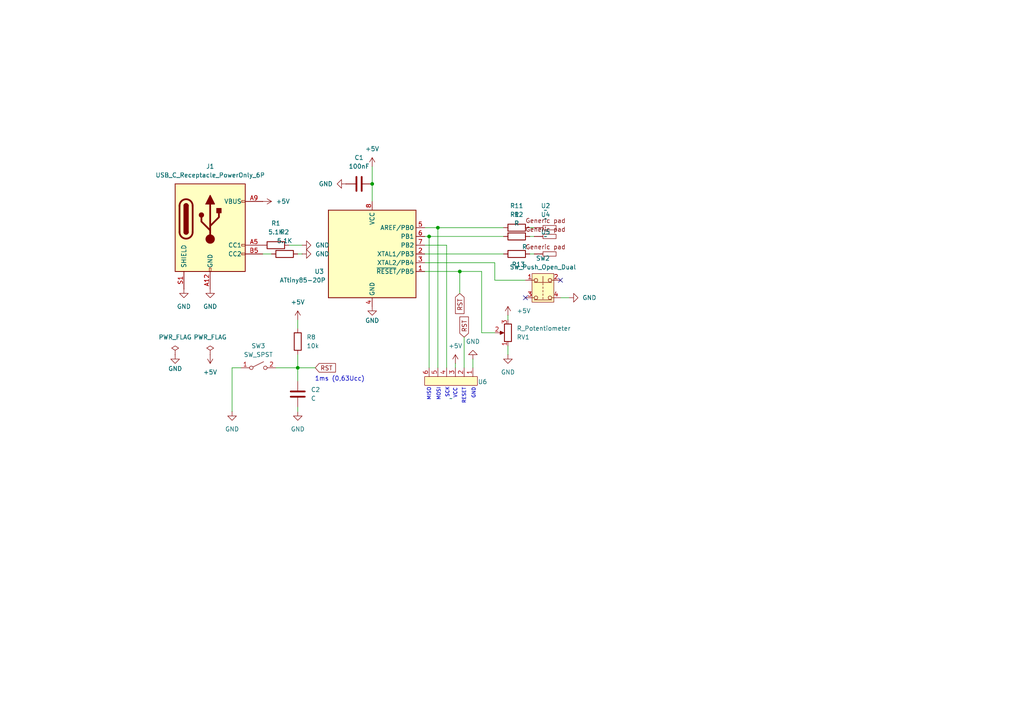
<source format=kicad_sch>
(kicad_sch (version 20250114) (generator "eeschema") (generator_version "9.0")
  (paper "A4")
  (title_block (title "Radio's LED RGB controller"))
  (lib_symbols
    (symbol "Amplifier_Operational:generic_pad"
      (property "Reference" "U" (at 6.604 0.254 0))
      (symbol "generic_pad_0_1"
        (rectangle (start -1.27 0.635) (end 2.54 -0.635))
      )
      (symbol "generic_pad_1_1"
        (text "Generic pad" (at -0.508 2.032 0) (effects (font (size 1.27 1.27))))
        (pin output line (at -3.81 0 0) (length 2.54) (name "") (number ""))
      )
    )
    (symbol "Connector:USB_C_Receptacle_PowerOnly_6P" (pin_names (offset 1.016))
      (property "Reference" "J" (at 0 16.51 0))
      (property "Value" "USB_C_Receptacle_PowerOnly_6P" (at 0 13.97 0))
      (symbol "USB_C_Receptacle_PowerOnly_6P_0_0"
        (rectangle (start -0.254 -12.7) (end 0.254 -11.684))
        (rectangle (start 10.16 7.874) (end 9.144 7.366))
        (rectangle (start 10.16 -4.826) (end 9.144 -5.334))
        (rectangle (start 10.16 -7.366) (end 9.144 -7.874))
      )
      (symbol "USB_C_Receptacle_PowerOnly_6P_0_1"
        (rectangle (start -10.16 12.7) (end 10.16 -12.7) (stroke (width 0.254)) (fill (type background)))
        (polyline (pts (xy -8.89 -1.27) (xy -8.89 6.35)) (stroke (width 0.508)))
        (rectangle (start -7.62 -1.27) (end -6.35 6.35) (stroke (width 0.254)) (fill (type outline)))
        (arc (start -7.62 6.35) (mid -6.985 6.9823) (end -6.35 6.35) (stroke (width 0.254)))
        (arc (start -7.62 6.35) (mid -6.985 6.9823) (end -6.35 6.35) (stroke (width 0.254)) (fill (type outline)))
        (arc (start -8.89 6.35) (mid -6.985 8.2467) (end -5.08 6.35) (stroke (width 0.508)))
        (arc (start -5.08 -1.27) (mid -6.985 -3.1667) (end -8.89 -1.27) (stroke (width 0.508)))
        (arc (start -6.35 -1.27) (mid -6.985 -1.9023) (end -7.62 -1.27) (stroke (width 0.254)))
        (arc (start -6.35 -1.27) (mid -6.985 -1.9023) (end -7.62 -1.27) (stroke (width 0.254)) (fill (type outline)))
        (polyline (pts (xy -5.08 6.35) (xy -5.08 -1.27)) (stroke (width 0.508)))
        (circle (center -2.54 3.683) (radius 0.635) (stroke (width 0.254)) (fill (type outline)))
        (polyline (pts (xy -1.27 6.858) (xy 0 9.398) (xy 1.27 6.858) (xy -1.27 6.858)) (stroke (width 0.254)) (fill (type outline)))
        (polyline (pts (xy 0 0.508) (xy 2.54 3.048) (xy 2.54 4.318)) (stroke (width 0.508)))
        (polyline (pts (xy 0 -0.762) (xy -2.54 1.778) (xy -2.54 3.048)) (stroke (width 0.508)))
        (polyline (pts (xy 0 -3.302) (xy 0 6.858)) (stroke (width 0.508)))
        (circle (center 0 -3.302) (radius 1.27) (fill (type outline)))
        (rectangle (start 1.905 4.318) (end 3.175 5.588) (stroke (width 0.254)) (fill (type outline)))
      )
      (symbol "USB_C_Receptacle_PowerOnly_6P_1_1"
        (pin passive line (at -7.62 -17.78 90) (length 5.08) (name "SHIELD") (number "S1"))
        (pin passive line (at 0 -17.78 90) (length 5.08) (name "GND") (number "A12"))
        (pin passive line (at 0 -17.78 90) (length 5.08) (hide yes) (name "GND") (number "B12"))
        (pin passive line (at 15.24 7.62 180) (length 5.08) (name "VBUS") (number "A9"))
        (pin passive line (at 15.24 7.62 180) (length 5.08) (hide yes) (name "VBUS") (number "B9"))
        (pin bidirectional line (at 15.24 -5.08 180) (length 5.08) (name "CC1") (number "A5"))
        (pin bidirectional line (at 15.24 -7.62 180) (length 5.08) (name "CC2") (number "B5"))
      )
    )
    (symbol "Device:C" (pin_numbers (hide yes)) (pin_names (offset 0.254))
      (property "Reference" "C" (at 0.635 2.54 0))
      (property "Value" "C" (at 0.635 -2.54 0))
      (symbol "C_0_1"
        (polyline (pts (xy -2.032 0.762) (xy 2.032 0.762)) (stroke (width 0.508)))
        (polyline (pts (xy -2.032 -0.762) (xy 2.032 -0.762)) (stroke (width 0.508)))
      )
      (symbol "C_1_1"
        (pin passive line (at 0 3.81 270) (length 2.794) (name "~") (number "1"))
        (pin passive line (at 0 -3.81 90) (length 2.794) (name "~") (number "2"))
      )
    )
    (symbol "Device:R" (pin_numbers (hide yes)) (pin_names (offset 0))
      (property "Reference" "R" (at 2.032 0 90))
      (property "Value" "R" (at 0 0 90))
      (symbol "R_0_1"
        (rectangle (start -1.016 -2.54) (end 1.016 2.54) (stroke (width 0.254)))
      )
      (symbol "R_1_1"
        (pin passive line (at 0 3.81 270) (length 1.27) (name "~") (number "1"))
        (pin passive line (at 0 -3.81 90) (length 1.27) (name "~") (number "2"))
      )
    )
    (symbol "Device:R_Potentiometer" (pin_names (offset 1.016) (hide yes))
      (property "Reference" "RV" (at -4.445 0 90))
      (property "Value" "R_Potentiometer" (at -2.54 0 90))
      (symbol "R_Potentiometer_0_1"
        (rectangle (start 1.016 2.54) (end -1.016 -2.54) (stroke (width 0.254)))
        (polyline (pts (xy 1.143 0) (xy 2.286 0.508) (xy 2.286 -0.508) (xy 1.143 0)) (fill (type outline)))
        (polyline (pts (xy 2.54 0) (xy 1.524 0)))
      )
      (symbol "R_Potentiometer_1_1"
        (pin passive line (at 0 3.81 270) (length 1.27) (name "1") (number "1"))
        (pin passive line (at 0 -3.81 90) (length 1.27) (name "3") (number "3"))
        (pin passive line (at 3.81 0 180) (length 1.27) (name "2") (number "2"))
      )
    )
    (symbol "MCU_Microchip_ATtiny:ATtiny85-20P"
      (property "Reference" "U" (at -12.7 13.97 0))
      (property "Value" "ATtiny85-20P" (at 2.54 -13.97 0))
      (symbol "ATtiny85-20P_0_1"
        (rectangle (start -12.7 -12.7) (end 12.7 12.7) (stroke (width 0.254)) (fill (type background)))
      )
      (symbol "ATtiny85-20P_1_1"
        (pin power_in line (at 0 15.24 270) (length 2.54) (name "VCC") (number "8"))
        (pin power_in line (at 0 -15.24 90) (length 2.54) (name "GND") (number "4"))
        (pin bidirectional line (at 15.24 7.62 180) (length 2.54) (name "AREF/PB0") (number "5"))
        (pin bidirectional line (at 15.24 5.08 180) (length 2.54) (name "PB1") (number "6"))
        (pin bidirectional line (at 15.24 2.54 180) (length 2.54) (name "PB2") (number "7"))
        (pin bidirectional line (at 15.24 0 180) (length 2.54) (name "XTAL1/PB3") (number "2"))
        (pin bidirectional line (at 15.24 -2.54 180) (length 2.54) (name "XTAL2/PB4") (number "3"))
        (pin bidirectional line (at 15.24 -5.08 180) (length 2.54) (name "~{RESET}/PB5") (number "1"))
      )
    )
    (symbol "SPI_1"
      (property "Reference" "U" (at 0 0 0))
      (symbol "SPI_1_1_1"
        (rectangle (start -1.27 -1.27) (end 1.27 -16.51) (fill (type background)))
        (pin passive line (at -3.81 -2.54 0) (length 2.54) (name "") (number "1"))
        (pin passive line (at -3.81 -5.08 0) (length 2.54) (name "") (number "2"))
        (pin passive line (at -3.81 -7.62 0) (length 2.54) (name "") (number "3"))
        (pin passive line (at -3.81 -10.16 0) (length 2.54) (name "") (number "4"))
        (pin passive line (at -3.81 -12.7 0) (length 2.54) (name "") (number "5"))
        (pin passive line (at -3.81 -15.24 0) (length 2.54) (name "") (number "6"))
      )
    )
    (symbol "Switch:SW_Push_Open_Dual" (pin_names (offset 1.016) (hide yes))
      (property "Reference" "SW" (at 0 3.81 0))
      (property "Value" "SW_Push_Open_Dual" (at 0 -7.62 0))
      (symbol "SW_Push_Open_Dual_0_1"
        (circle (center -2.032 0) (radius 0.508))
        (circle (center -2.032 -5.08) (radius 0.508))
        (polyline (pts (xy 0 -0.635) (xy 0 1.143)))
        (polyline (pts (xy 0 -1.397) (xy 0 -0.889)))
        (polyline (pts (xy 0 -2.413) (xy 0 -1.905)))
        (polyline (pts (xy 0 -3.429) (xy 0 -2.921)))
        (polyline (pts (xy 0 -3.937) (xy 0 -4.445)))
        (polyline (pts (xy 0 -4.953) (xy 0 -5.461)))
        (circle (center 2.032 0) (radius 0.508))
        (circle (center 2.032 -5.08) (radius 0.508))
        (polyline (pts (xy 2.54 -0.635) (xy -2.54 -0.635)))
        (polyline (pts (xy 2.54 -5.715) (xy -2.54 -5.715)))
        (pin passive line (at -5.08 0 0) (length 2.54) (name "1") (number "1"))
        (pin passive line (at -5.08 -5.08 0) (length 2.54) (name "3") (number "3"))
        (pin passive line (at 5.08 0 180) (length 2.54) (name "2") (number "2"))
        (pin passive line (at 5.08 -5.08 180) (length 2.54) (name "4") (number "4"))
      )
      (symbol "SW_Push_Open_Dual_1_1"
        (rectangle (start -3.175 1.905) (end 3.175 -6.35) (fill (type background)))
      )
    )
    (symbol "Switch:SW_SPST" (pin_names (offset 0) (hide yes))
      (property "Reference" "SW" (at 0 3.175 0))
      (property "Value" "SW_SPST" (at 0 -2.54 0))
      (symbol "SW_SPST_0_0"
        (circle (center -2.032 0) (radius 0.508))
        (polyline (pts (xy -1.524 0.254) (xy 1.524 1.778)))
        (circle (center 2.032 0) (radius 0.508))
      )
      (symbol "SW_SPST_1_1"
        (pin passive line (at -5.08 0 0) (length 2.54) (name "A") (number "1"))
        (pin passive line (at 5.08 0 180) (length 2.54) (name "B") (number "2"))
      )
    )
    (symbol "power:+5V" (power) (pin_numbers (hide yes)) (pin_names (offset 0) (hide yes))
      (property "Value" "+5V" (at 0 3.556 0))
      (symbol "+5V_0_1"
        (polyline (pts (xy -0.762 1.27) (xy 0 2.54)))
        (polyline (pts (xy 0 2.54) (xy 0.762 1.27)))
        (polyline (pts (xy 0 0) (xy 0 2.54)))
      )
      (symbol "+5V_1_1"
        (pin power_in line (at 0 0 90) (length 0) (name "~") (number "1"))
      )
    )
    (symbol "power:GND" (power) (pin_numbers (hide yes)) (pin_names (offset 0) (hide yes))
      (property "Value" "GND" (at 0 -3.81 0))
      (symbol "GND_0_1"
        (polyline (pts (xy 0 0) (xy 0 -1.27) (xy 1.27 -1.27) (xy 0 -2.54) (xy -1.27 -1.27) (xy 0 -1.27)))
      )
      (symbol "GND_1_1"
        (pin power_in line (at 0 0 270) (length 0) (name "~") (number "1"))
      )
    )
    (symbol "power:PWR_FLAG" (power) (pin_numbers (hide yes)) (pin_names (offset 0) (hide yes))
      (property "Value" "PWR_FLAG" (at 0 3.81 0))
      (symbol "PWR_FLAG_0_0"
        (pin power_out line (at 0 0 90) (length 0) (name "~") (number "1"))
      )
      (symbol "PWR_FLAG_0_1"
        (polyline (pts (xy 0 0) (xy 0 1.27) (xy -1.016 1.905) (xy 0 2.54) (xy 1.016 1.905) (xy 0 1.27)))
      )
    )
  )
  (text "SCK" (at 129.794 113.792 90) (effects (font (size 1.016 1.016))))
  (text "GND" (at 137.414 114.046 90) (effects (font (size 1.016 1.016))))
  (text "VCC\n" (at 132.08 114.046 90) (effects (font (size 1.016 1.016))))
  (text "MISO\n" (at 124.46 114.3 90) (effects (font (size 1.016 1.016))))
  (text "RESET" (at 134.62 114.808 90) (effects (font (size 1.016 1.016))))
  (text "MOSI" (at 127.254 114.3 90) (effects (font (size 1.016 1.016))))
  (text "1ms (0,63Ucc)" (at 98.552 109.982 0) (effects (font (size 1.27 1.27))))
  (junction (at 133.35 78.74))
  (junction (at 107.95 53.34))
  (junction (at 124.46 68.58))
  (junction (at 86.36 106.68))
  (junction (at 127 66.04))
  (no_connect (at 162.56 81.28))
  (no_connect (at 152.4 86.36))
  (wire (pts (xy 83.82 71.12) (xy 87.63 71.12)))
  (wire (pts (xy 132.08 105.41) (xy 132.08 106.68)))
  (wire (pts (xy 129.54 106.68) (xy 129.54 71.12)))
  (wire (pts (xy 69.85 106.68) (xy 67.31 106.68)))
  (wire (pts (xy 124.46 68.58) (xy 124.46 106.68)))
  (wire (pts (xy 165.1 86.36) (xy 162.56 86.36)))
  (wire (pts (xy 80.01 106.68) (xy 86.36 106.68)))
  (wire (pts (xy 76.2 73.66) (xy 78.74 73.66)))
  (wire (pts (xy 86.36 92.71) (xy 86.36 95.25)))
  (wire (pts (xy 67.31 106.68) (xy 67.31 119.38)))
  (wire (pts (xy 123.19 66.04) (xy 127 66.04)))
  (wire (pts (xy 86.36 102.87) (xy 86.36 106.68)))
  (wire (pts (xy 127 66.04) (xy 146.05 66.04)))
  (wire (pts (xy 153.67 68.58) (xy 154.94 68.58)))
  (wire (pts (xy 143.51 96.52) (xy 139.7 96.52)))
  (wire (pts (xy 86.36 106.68) (xy 86.36 110.49)))
  (wire (pts (xy 133.35 78.74) (xy 139.7 78.74)))
  (wire (pts (xy 86.36 118.11) (xy 86.36 119.38)))
  (wire (pts (xy 123.19 78.74) (xy 133.35 78.74)))
  (wire (pts (xy 123.19 71.12) (xy 129.54 71.12)))
  (wire (pts (xy 123.19 76.2) (xy 143.51 76.2)))
  (wire (pts (xy 137.16 104.14) (xy 137.16 106.68)))
  (wire (pts (xy 153.67 73.66) (xy 154.94 73.66)))
  (wire (pts (xy 133.35 78.74) (xy 133.35 85.09)))
  (wire (pts (xy 107.95 48.26) (xy 107.95 53.34)))
  (wire (pts (xy 123.19 68.58) (xy 124.46 68.58)))
  (wire (pts (xy 143.51 76.2) (xy 143.51 81.28)))
  (wire (pts (xy 134.62 97.79) (xy 134.62 106.68)))
  (wire (pts (xy 143.51 81.28) (xy 152.4 81.28)))
  (wire (pts (xy 124.46 68.58) (xy 146.05 68.58)))
  (wire (pts (xy 139.7 96.52) (xy 139.7 78.74)))
  (wire (pts (xy 86.36 73.66) (xy 87.63 73.66)))
  (wire (pts (xy 147.32 91.44) (xy 147.32 92.71)))
  (wire (pts (xy 86.36 106.68) (xy 91.44 106.68)))
  (wire (pts (xy 107.95 53.34) (xy 107.95 58.42)))
  (wire (pts (xy 153.67 66.04) (xy 154.94 66.04)))
  (wire (pts (xy 127 66.04) (xy 127 106.68)))
  (wire (pts (xy 147.32 100.33) (xy 147.32 102.87)))
  (wire (pts (xy 123.19 73.66) (xy 146.05 73.66)))
  (global_label "RST" (shape input) (at 91.44 106.68 0) (property "Intersheetrefs" "${INTERSHEET_REFS}" (effects (hide yes))))
  (global_label "RST" (shape input) (at 133.35 85.09 270) (property "Intersheetrefs" "${INTERSHEET_REFS}" (effects (hide yes))))
  (global_label "RST" (shape input) (at 134.62 97.79 90) (property "Intersheetrefs" "${INTERSHEET_REFS}" (effects (hide yes))))
  (symbol (lib_id "Connector:USB_C_Receptacle_PowerOnly_6P") (at 60.96 66.04 0) (unit 1)
    (property "Reference" "J1" (at 60.96 48.26 0))
    (property "Value" "USB_C_Receptacle_PowerOnly_6P" (at 60.96 50.8 0))
    (property "Datasheet" "https://www.usb.org/sites/default/files/documents/usb_type-c.zip" (effects (hide yes)))
    (property "Description" "USB Power-Only 6P Type-C Receptacle connector" (effects (hide yes)))
  )
  (symbol (lib_id "power:GND") (at 100.33 53.34 270) (unit 1)
    (property "Reference" "#PWR02" (effects (hide yes)))
    (property "Value" "GND" (at 96.52 53.3399 90) (effects (justify right)))
    (property "Description" "Power symbol creates a global label with name \"GND\" , ground" (effects (hide yes)))
  )
  (symbol (lib_id "Device:R") (at 149.86 68.58 270) (unit 1)
    (property "Reference" "R12" (at 149.86 62.23 90))
    (property "Value" "R" (at 149.86 64.77 90))
    (property "Footprint" "footprint_radiocontorler:resistor_footprint" (effects (hide yes)))
    (property "Description" "Resistor" (effects (hide yes)))
  )
  (symbol (lib_id "power:PWR_FLAG") (at 60.96 102.87 0) (unit 1)
    (property "Reference" "#FLG01" (effects (hide yes)))
    (property "Value" "PWR_FLAG" (at 60.96 97.79 0))
    (property "Description" "Special symbol for telling ERC where power comes from" (effects (hide yes)))
  )
  (symbol (lib_id "power:GND") (at 67.31 119.38 0) (unit 1)
    (property "Reference" "#PWR011" (effects (hide yes)))
    (property "Value" "GND" (at 67.31 124.46 0))
    (property "Description" "Power symbol creates a global label with name \"GND\" , ground" (effects (hide yes)))
  )
  (symbol (lib_id "power:GND") (at 147.32 102.87 0) (unit 1)
    (property "Reference" "#PWR021" (effects (hide yes)))
    (property "Value" "GND" (at 147.32 107.95 0))
    (property "Description" "Power symbol creates a global label with name \"GND\" , ground" (effects (hide yes)))
  )
  (symbol (lib_id "Device:R") (at 86.36 99.06 180) (unit 1)
    (property "Reference" "R8" (at 88.9 97.7899 0) (effects (justify right)))
    (property "Value" "10k" (at 88.9 100.3299 0) (effects (justify right)))
    (property "Footprint" "footprint_radiocontorler:resistor_footprint" (effects (hide yes)))
    (property "Description" "Resistor" (effects (hide yes)))
  )
  (symbol (lib_id "Device:R") (at 149.86 73.66 270) (unit 1)
    (property "Reference" "R13" (at 150.368 76.708 90))
    (property "Value" "R" (at 152.146 71.628 90))
    (property "Footprint" "footprint_radiocontorler:resistor_footprint" (effects (hide yes)))
    (property "Description" "Resistor" (effects (hide yes)))
  )
  (symbol (lib_id "power:GND") (at 165.1 86.36 90) (unit 1)
    (property "Reference" "#PWR019" (effects (hide yes)))
    (property "Value" "GND" (at 168.91 86.3599 90) (effects (justify right)))
    (property "Description" "Power symbol creates a global label with name \"GND\" , ground" (effects (hide yes)))
  )
  (symbol (lib_id "power:GND") (at 137.16 104.14 180) (unit 1)
    (property "Reference" "#PWR012" (effects (hide yes)))
    (property "Value" "GND" (at 137.16 99.06 0))
    (property "Description" "Power symbol creates a global label with name \"GND\" , ground" (effects (hide yes)))
  )
  (symbol (lib_id "power:GND") (at 53.34 83.82 0) (unit 1)
    (property "Reference" "#PWR07" (effects (hide yes)))
    (property "Value" "GND" (at 53.34 88.9 0))
    (property "Description" "Power symbol creates a global label with name \"GND\" , ground" (effects (hide yes)))
  )
  (symbol (lib_id "Switch:SW_SPST") (at 74.93 106.68 0) (unit 1)
    (property "Reference" "SW3" (at 74.93 100.33 0))
    (property "Value" "SW_SPST" (at 74.93 102.87 0))
    (property "Description" "Single Pole Single Throw (SPST) switch" (effects (hide yes)))
  )
  (symbol (lib_id "power:PWR_FLAG") (at 50.8 102.87 0) (unit 1)
    (property "Reference" "#FLG03" (effects (hide yes)))
    (property "Value" "PWR_FLAG" (at 50.8 97.79 0))
    (property "Description" "Special symbol for telling ERC where power comes from" (effects (hide yes)))
  )
  (symbol (lib_id "Amplifier_Operational:generic_pad") (at 158.75 68.58 0) (unit 1)
    (property "Reference" "U4" (at 158.242 62.23 0))
    (property "Value" "~" (at 158.242 63.5 0))
  )
  (symbol (lib_id "Device:C") (at 86.36 114.3 0) (unit 1)
    (property "Reference" "C2" (at 90.17 113.0299 0) (effects (justify left)))
    (property "Value" "C" (at 90.17 115.5699 0) (effects (justify left)))
    (property "Description" "Unpolarized capacitor" (effects (hide yes)))
  )
  (symbol (lib_id "power:+5V") (at 147.32 91.44 0) (unit 1)
    (property "Reference" "#PWR020" (effects (hide yes)))
    (property "Value" "+5V" (at 149.86 90.1699 0) (effects (justify left)))
    (property "Description" "Power symbol creates a global label with name \"+5V\"" (effects (hide yes)))
  )
  (symbol (lib_id "power:GND") (at 107.95 88.9 0) (unit 1)
    (property "Reference" "#PWR03" (effects (hide yes)))
    (property "Value" "GND" (at 107.95 92.964 0))
    (property "Description" "Power symbol creates a global label with name \"GND\" , ground" (effects (hide yes)))
  )
  (symbol (lib_id "power:GND") (at 60.96 83.82 0) (unit 1)
    (property "Reference" "#PWR04" (effects (hide yes)))
    (property "Value" "GND" (at 60.96 88.9 0))
    (property "Description" "Power symbol creates a global label with name \"GND\" , ground" (effects (hide yes)))
  )
  (symbol (lib_id "power:+5V") (at 107.95 48.26 0) (unit 1)
    (property "Reference" "#PWR01" (effects (hide yes)))
    (property "Value" "+5V" (at 107.95 43.18 0))
    (property "Description" "Power symbol creates a global label with name \"+5V\"" (effects (hide yes)))
  )
  (symbol (lib_id "power:+5V") (at 132.08 105.41 0) (unit 1)
    (property "Reference" "#PWR013" (effects (hide yes)))
    (property "Value" "+5V" (at 132.08 100.33 0))
    (property "Description" "Power symbol creates a global label with name \"+5V\"" (effects (hide yes)))
  )
  (symbol (lib_id "Switch:SW_Push_Open_Dual") (at 157.48 81.28 0) (unit 1)
    (property "Reference" "SW2" (at 157.48 74.93 0))
    (property "Value" "SW_Push_Open_Dual" (at 157.48 77.47 0))
    (property "Description" "Push button switch, normally closed, generic, four pins" (effects (hide yes)))
  )
  (symbol (lib_id "power:GND") (at 86.36 119.38 0) (unit 1)
    (property "Reference" "#PWR010" (effects (hide yes)))
    (property "Value" "GND" (at 86.36 124.46 0))
    (property "Description" "Power symbol creates a global label with name \"GND\" , ground" (effects (hide yes)))
  )
  (symbol (lib_id "Device:R") (at 80.01 71.12 90) (unit 1)
    (property "Reference" "R1" (at 80.01 64.77 90))
    (property "Value" "5.1K" (at 80.01 67.31 90))
    (property "Footprint" "footprint_radiocontorler:resistor_footprint" (effects (hide yes)))
    (property "Description" "Resistor" (effects (hide yes)))
  )
  (symbol (lib_id "power:+5V") (at 60.96 102.87 180) (unit 1)
    (property "Reference" "#PWR015" (effects (hide yes)))
    (property "Value" "+5V" (at 60.96 107.95 0))
    (property "Description" "Power symbol creates a global label with name \"+5V\"" (effects (hide yes)))
  )
  (symbol (lib_id "power:+5V") (at 86.36 92.71 0) (unit 1)
    (property "Reference" "#PWR09" (effects (hide yes)))
    (property "Value" "+5V" (at 86.36 87.63 0))
    (property "Description" "Power symbol creates a global label with name \"+5V\"" (effects (hide yes)))
  )
  (symbol (lib_id "power:+5V") (at 76.2 58.42 270) (unit 1)
    (property "Reference" "#PWR08" (effects (hide yes)))
    (property "Value" "+5V" (at 80.01 58.4199 90) (effects (justify left)))
    (property "Description" "Power symbol creates a global label with name \"+5V\"" (effects (hide yes)))
  )
  (symbol (lib_id "Device:R") (at 82.55 73.66 90) (unit 1)
    (property "Reference" "R2" (at 82.55 67.31 90))
    (property "Value" "5.1K" (at 82.55 69.85 90))
    (property "Footprint" "footprint_radiocontorler:resistor_footprint" (effects (hide yes)))
    (property "Description" "Resistor" (effects (hide yes)))
  )
  (symbol (lib_id "Device:R") (at 149.86 66.04 270) (unit 1)
    (property "Reference" "R11" (at 149.86 59.69 90))
    (property "Value" "R" (at 149.86 62.23 90))
    (property "Footprint" "footprint_radiocontorler:resistor_footprint" (effects (hide yes)))
    (property "Description" "Resistor" (effects (hide yes)))
  )
  (symbol (lib_id "power:GND") (at 50.8 102.87 0) (unit 1)
    (property "Reference" "#PWR014" (effects (hide yes)))
    (property "Value" "GND" (at 50.8 106.934 0))
    (property "Description" "Power symbol creates a global label with name \"GND\" , ground" (effects (hide yes)))
  )
  (symbol (lib_id "power:GND") (at 87.63 73.66 90) (unit 1)
    (property "Reference" "#PWR06" (effects (hide yes)))
    (property "Value" "GND" (at 91.44 73.6599 90) (effects (justify right)))
    (property "Description" "Power symbol creates a global label with name \"GND\" , ground" (effects (hide yes)))
  )
  (symbol (lib_id "Amplifier_Operational:generic_pad") (at 158.75 66.04 0) (unit 1)
    (property "Reference" "U2" (at 158.242 59.69 0))
    (property "Value" "~" (at 158.242 60.96 0))
  )
  (symbol (lib_id "Device:R_Potentiometer") (at 147.32 96.52 180) (unit 1)
    (property "Reference" "RV1" (at 149.86 97.7901 0) (effects (justify right)))
    (property "Value" "R_Potentiometer" (at 149.86 95.2501 0) (effects (justify right)))
    (property "Description" "Potentiometer" (effects (hide yes)))
  )
  (symbol (lib_name "SPI_1") (lib_id "Amplifier_Operational:SPI") (at 139.7 110.49 270) (unit 1)
    (property "Reference" "U6" (at 139.954 110.744 90))
    (property "Value" "~" (at 130.81 115.57 90))
    (property "Footprint" "footprint_radiocontorler:SPI" (effects (hide yes)))
  )
  (symbol (lib_id "power:GND") (at 87.63 71.12 90) (unit 1)
    (property "Reference" "#PWR05" (effects (hide yes)))
    (property "Value" "GND" (at 91.44 71.1199 90) (effects (justify right)))
    (property "Description" "Power symbol creates a global label with name \"GND\" , ground" (effects (hide yes)))
  )
  (symbol (lib_id "Amplifier_Operational:generic_pad") (at 158.75 73.66 0) (unit 1)
    (property "Reference" "U5" (at 158.242 67.31 0))
    (property "Value" "~" (at 158.242 68.58 0))
  )
  (symbol (lib_id "MCU_Microchip_ATtiny:ATtiny85-20P") (at 107.95 73.66 0) (unit 1)
    (property "Reference" "U3" (at 93.98 78.74 0) (effects (justify right)))
    (property "Value" "ATtiny85-20P" (at 94.488 81.28 0) (effects (justify right)))
    (property "Footprint" "Package_DIP:DIP-8_W7.62mm" (effects (hide yes)))
    (property "Datasheet" "http://ww1.microchip.com/downloads/en/DeviceDoc/atmel-2586-avr-8-bit-microcontroller-attiny25-attiny45-attiny85_datasheet.pdf" (effects (hide yes)))
    (property "Description" "20MHz, 8kB Flash, 512B SRAM, 512B EEPROM, debugWIRE, DIP-8" (effects (hide yes)))
  )
  (symbol (lib_id "Device:C") (at 104.14 53.34 270) (unit 1)
    (property "Reference" "C1" (at 104.14 45.72 90))
    (property "Value" "100nF" (at 104.14 48.26 90))
    (property "Description" "Unpolarized capacitor" (effects (hide yes)))
  )
)
</source>
